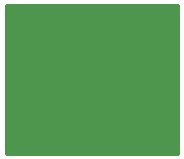
<source format=gbr>
G04 #@! TF.GenerationSoftware,KiCad,Pcbnew,(5.0.0)*
G04 #@! TF.CreationDate,2018-11-17T22:13:07-08:00*
G04 #@! TF.ProjectId,test_for_smd_networks,746573745F666F725F736D645F6E6574,rev?*
G04 #@! TF.SameCoordinates,Original*
G04 #@! TF.FileFunction,Copper,L2,Bot,Signal*
G04 #@! TF.FilePolarity,Positive*
%FSLAX46Y46*%
G04 Gerber Fmt 4.6, Leading zero omitted, Abs format (unit mm)*
G04 Created by KiCad (PCBNEW (5.0.0)) date 11/17/18 22:13:07*
%MOMM*%
%LPD*%
G01*
G04 APERTURE LIST*
G04 #@! TA.AperFunction,ViaPad*
%ADD10C,0.600000*%
G04 #@! TD*
G04 #@! TA.AperFunction,Conductor*
%ADD11C,0.254000*%
G04 #@! TD*
G04 APERTURE END LIST*
D10*
G04 #@! TO.N,GND*
X70850000Y-40050000D03*
X70050000Y-40800000D03*
X70850000Y-41650000D03*
X70050000Y-42450000D03*
X70450000Y-45650000D03*
X70450000Y-47250000D03*
X69650000Y-46400000D03*
X69650000Y-48050000D03*
X57503649Y-42468884D03*
X57503649Y-40868884D03*
X58303649Y-41718884D03*
X58303649Y-40068884D03*
X58253649Y-45618884D03*
X58253649Y-47268884D03*
X57453649Y-48018884D03*
X57453649Y-46418884D03*
G04 #@! TD*
D11*
G04 #@! TO.N,GND*
G36*
X71290001Y-50290000D02*
X56710000Y-50290000D01*
X56710000Y-37710000D01*
X71290000Y-37710000D01*
X71290001Y-50290000D01*
X71290001Y-50290000D01*
G37*
X71290001Y-50290000D02*
X56710000Y-50290000D01*
X56710000Y-37710000D01*
X71290000Y-37710000D01*
X71290001Y-50290000D01*
G04 #@! TD*
M02*

</source>
